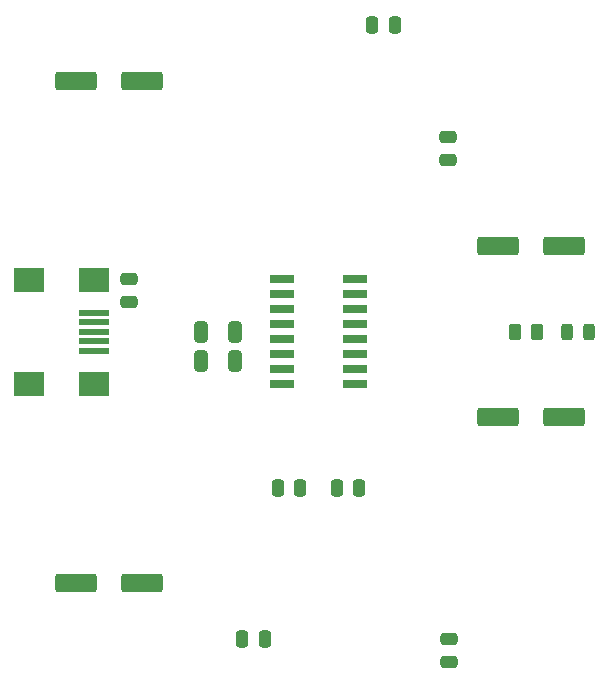
<source format=gtp>
%TF.GenerationSoftware,KiCad,Pcbnew,(6.0.5)*%
%TF.CreationDate,2024-05-01T13:41:59+02:00*%
%TF.ProjectId,SL2.1A-HS-HUB,534c322e-3141-42d4-9853-2d4855422e6b,rev?*%
%TF.SameCoordinates,Original*%
%TF.FileFunction,Paste,Top*%
%TF.FilePolarity,Positive*%
%FSLAX46Y46*%
G04 Gerber Fmt 4.6, Leading zero omitted, Abs format (unit mm)*
G04 Created by KiCad (PCBNEW (6.0.5)) date 2024-05-01 13:41:59*
%MOMM*%
%LPD*%
G01*
G04 APERTURE LIST*
G04 Aperture macros list*
%AMRoundRect*
0 Rectangle with rounded corners*
0 $1 Rounding radius*
0 $2 $3 $4 $5 $6 $7 $8 $9 X,Y pos of 4 corners*
0 Add a 4 corners polygon primitive as box body*
4,1,4,$2,$3,$4,$5,$6,$7,$8,$9,$2,$3,0*
0 Add four circle primitives for the rounded corners*
1,1,$1+$1,$2,$3*
1,1,$1+$1,$4,$5*
1,1,$1+$1,$6,$7*
1,1,$1+$1,$8,$9*
0 Add four rect primitives between the rounded corners*
20,1,$1+$1,$2,$3,$4,$5,0*
20,1,$1+$1,$4,$5,$6,$7,0*
20,1,$1+$1,$6,$7,$8,$9,0*
20,1,$1+$1,$8,$9,$2,$3,0*%
G04 Aperture macros list end*
%ADD10RoundRect,0.250000X1.500000X0.550000X-1.500000X0.550000X-1.500000X-0.550000X1.500000X-0.550000X0*%
%ADD11RoundRect,0.250000X0.250000X0.475000X-0.250000X0.475000X-0.250000X-0.475000X0.250000X-0.475000X0*%
%ADD12R,2.032000X0.660400*%
%ADD13RoundRect,0.250000X-0.325000X-0.650000X0.325000X-0.650000X0.325000X0.650000X-0.325000X0.650000X0*%
%ADD14RoundRect,0.250000X-0.475000X0.250000X-0.475000X-0.250000X0.475000X-0.250000X0.475000X0.250000X0*%
%ADD15RoundRect,0.250000X-0.250000X-0.475000X0.250000X-0.475000X0.250000X0.475000X-0.250000X0.475000X0*%
%ADD16RoundRect,0.250000X0.475000X-0.250000X0.475000X0.250000X-0.475000X0.250000X-0.475000X-0.250000X0*%
%ADD17RoundRect,0.250000X-0.262500X-0.450000X0.262500X-0.450000X0.262500X0.450000X-0.262500X0.450000X0*%
%ADD18R,2.500000X0.500000*%
%ADD19R,2.500000X2.000000*%
%ADD20RoundRect,0.243750X-0.243750X-0.456250X0.243750X-0.456250X0.243750X0.456250X-0.243750X0.456250X0*%
G04 APERTURE END LIST*
D10*
%TO.C,C8*%
X133550000Y-84250000D03*
X127950000Y-84250000D03*
%TD*%
D11*
%TO.C,C2*%
X143950000Y-131500000D03*
X142050000Y-131500000D03*
%TD*%
D10*
%TO.C,C12*%
X169274396Y-112750000D03*
X163674396Y-112750000D03*
%TD*%
D12*
%TO.C,U1*%
X151573400Y-109945000D03*
X151573400Y-108675000D03*
X151573400Y-107405000D03*
X151573400Y-106135000D03*
X151573400Y-104865000D03*
X151573400Y-103595000D03*
X151573400Y-102325000D03*
X151573400Y-101055000D03*
X145426600Y-101055000D03*
X145426600Y-102325000D03*
X145426600Y-103595000D03*
X145426600Y-104865000D03*
X145426600Y-106135000D03*
X145426600Y-107405000D03*
X145426600Y-108675000D03*
X145426600Y-109945000D03*
%TD*%
D13*
%TO.C,C4*%
X138525000Y-105500000D03*
X141475000Y-105500000D03*
%TD*%
%TO.C,C5*%
X138525000Y-108000000D03*
X141475000Y-108000000D03*
%TD*%
D14*
%TO.C,C9*%
X132500000Y-101050000D03*
X132500000Y-102950000D03*
%TD*%
D15*
%TO.C,C3*%
X145050000Y-118750000D03*
X146950000Y-118750000D03*
%TD*%
D11*
%TO.C,C1*%
X151950000Y-118750000D03*
X150050000Y-118750000D03*
%TD*%
D16*
%TO.C,C7*%
X159500000Y-90950000D03*
X159500000Y-89050000D03*
%TD*%
D10*
%TO.C,C10*%
X133608523Y-126750000D03*
X128008523Y-126750000D03*
%TD*%
D17*
%TO.C,R1*%
X165151896Y-105545000D03*
X166976896Y-105545000D03*
%TD*%
D18*
%TO.C,J1*%
X129525000Y-103900000D03*
X129525000Y-104700000D03*
X129525000Y-105500000D03*
X129525000Y-106300000D03*
X129525000Y-107100000D03*
D19*
X124025000Y-101100000D03*
X129525000Y-109900000D03*
X124025000Y-109900000D03*
X129525000Y-101100000D03*
%TD*%
D16*
%TO.C,C11*%
X159550000Y-133450000D03*
X159550000Y-131550000D03*
%TD*%
D20*
%TO.C,D1*%
X169536896Y-105500000D03*
X171411896Y-105500000D03*
%TD*%
D11*
%TO.C,C13*%
X154950000Y-79500000D03*
X153050000Y-79500000D03*
%TD*%
D10*
%TO.C,C6*%
X169274396Y-98250000D03*
X163674396Y-98250000D03*
%TD*%
M02*

</source>
